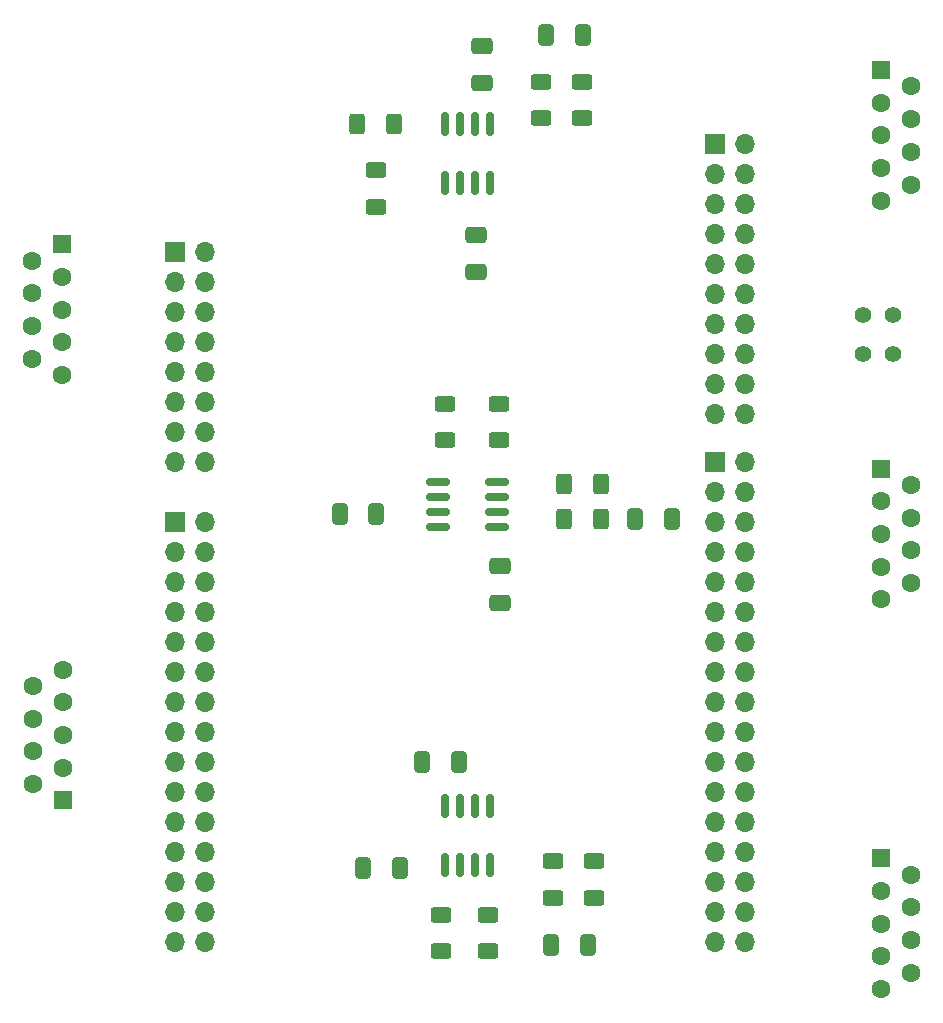
<source format=gts>
G04 #@! TF.GenerationSoftware,KiCad,Pcbnew,8.0.2*
G04 #@! TF.CreationDate,2024-06-02T13:15:13+02:00*
G04 #@! TF.ProjectId,sample,73616d70-6c65-42e6-9b69-6361645f7063,rev?*
G04 #@! TF.SameCoordinates,Original*
G04 #@! TF.FileFunction,Soldermask,Top*
G04 #@! TF.FilePolarity,Negative*
%FSLAX46Y46*%
G04 Gerber Fmt 4.6, Leading zero omitted, Abs format (unit mm)*
G04 Created by KiCad (PCBNEW 8.0.2) date 2024-06-02 13:15:13*
%MOMM*%
%LPD*%
G01*
G04 APERTURE LIST*
G04 Aperture macros list*
%AMRoundRect*
0 Rectangle with rounded corners*
0 $1 Rounding radius*
0 $2 $3 $4 $5 $6 $7 $8 $9 X,Y pos of 4 corners*
0 Add a 4 corners polygon primitive as box body*
4,1,4,$2,$3,$4,$5,$6,$7,$8,$9,$2,$3,0*
0 Add four circle primitives for the rounded corners*
1,1,$1+$1,$2,$3*
1,1,$1+$1,$4,$5*
1,1,$1+$1,$6,$7*
1,1,$1+$1,$8,$9*
0 Add four rect primitives between the rounded corners*
20,1,$1+$1,$2,$3,$4,$5,0*
20,1,$1+$1,$4,$5,$6,$7,0*
20,1,$1+$1,$6,$7,$8,$9,0*
20,1,$1+$1,$8,$9,$2,$3,0*%
G04 Aperture macros list end*
%ADD10RoundRect,0.250000X-0.650000X0.412500X-0.650000X-0.412500X0.650000X-0.412500X0.650000X0.412500X0*%
%ADD11RoundRect,0.250000X-0.625000X0.400000X-0.625000X-0.400000X0.625000X-0.400000X0.625000X0.400000X0*%
%ADD12RoundRect,0.250000X0.625000X-0.400000X0.625000X0.400000X-0.625000X0.400000X-0.625000X-0.400000X0*%
%ADD13RoundRect,0.250000X-0.412500X-0.650000X0.412500X-0.650000X0.412500X0.650000X-0.412500X0.650000X0*%
%ADD14R,1.700000X1.700000*%
%ADD15O,1.700000X1.700000*%
%ADD16RoundRect,0.150000X-0.825000X-0.150000X0.825000X-0.150000X0.825000X0.150000X-0.825000X0.150000X0*%
%ADD17C,1.400000*%
%ADD18RoundRect,0.150000X-0.150000X0.825000X-0.150000X-0.825000X0.150000X-0.825000X0.150000X0.825000X0*%
%ADD19RoundRect,0.250000X0.412500X0.650000X-0.412500X0.650000X-0.412500X-0.650000X0.412500X-0.650000X0*%
%ADD20RoundRect,0.250000X-0.400000X-0.625000X0.400000X-0.625000X0.400000X0.625000X-0.400000X0.625000X0*%
%ADD21RoundRect,0.250000X0.650000X-0.412500X0.650000X0.412500X-0.650000X0.412500X-0.650000X-0.412500X0*%
%ADD22R,1.600000X1.600000*%
%ADD23C,1.600000*%
%ADD24RoundRect,0.250000X0.400000X0.625000X-0.400000X0.625000X-0.400000X-0.625000X0.400000X-0.625000X0*%
%ADD25RoundRect,0.150000X0.150000X-0.825000X0.150000X0.825000X-0.150000X0.825000X-0.150000X-0.825000X0*%
G04 APERTURE END LIST*
D10*
X131000000Y-94937500D03*
X131000000Y-98062500D03*
D11*
X126000000Y-124450000D03*
X126000000Y-127550000D03*
D12*
X120500000Y-64550000D03*
X120500000Y-61450000D03*
D13*
X135375000Y-127000000D03*
X138500000Y-127000000D03*
D14*
X103500000Y-91200000D03*
D15*
X106040000Y-91200000D03*
X103500000Y-93740000D03*
X106040000Y-93740000D03*
X103500000Y-96280000D03*
X106040000Y-96280000D03*
X103500000Y-98820000D03*
X106040000Y-98820000D03*
X103500000Y-101360000D03*
X106040000Y-101360000D03*
X103500000Y-103900000D03*
X106040000Y-103900000D03*
X103500000Y-106440000D03*
X106040000Y-106440000D03*
X103500000Y-108980000D03*
X106040000Y-108980000D03*
X103500000Y-111520000D03*
X106040000Y-111520000D03*
X103500000Y-114060000D03*
X106040000Y-114060000D03*
X103500000Y-116600000D03*
X106040000Y-116600000D03*
X103500000Y-119140000D03*
X106040000Y-119140000D03*
X103500000Y-121680000D03*
X106040000Y-121680000D03*
X103500000Y-124220000D03*
X106040000Y-124220000D03*
X103500000Y-126760000D03*
X106040000Y-126760000D03*
D16*
X125795000Y-87835000D03*
X125795000Y-89105000D03*
X125795000Y-90375000D03*
X125795000Y-91645000D03*
X130745000Y-91645000D03*
X130745000Y-90375000D03*
X130745000Y-89105000D03*
X130745000Y-87835000D03*
D11*
X130900000Y-81190000D03*
X130900000Y-84290000D03*
D12*
X126400000Y-84290000D03*
X126400000Y-81190000D03*
D17*
X161750000Y-73650000D03*
X164290000Y-73650000D03*
D12*
X134500000Y-57050000D03*
X134500000Y-53950000D03*
D18*
X130175000Y-115265000D03*
X128905000Y-115265000D03*
X127635000Y-115265000D03*
X126365000Y-115265000D03*
X126365000Y-120215000D03*
X127635000Y-120215000D03*
X128905000Y-120215000D03*
X130175000Y-120215000D03*
D19*
X127562500Y-111500000D03*
X124437500Y-111500000D03*
D14*
X149220000Y-59196000D03*
D15*
X151760000Y-59196000D03*
X149220000Y-61736000D03*
X151760000Y-61736000D03*
X149220000Y-64276000D03*
X151760000Y-64276000D03*
X149220000Y-66816000D03*
X151760000Y-66816000D03*
X149220000Y-69356000D03*
X151760000Y-69356000D03*
X149220000Y-71896000D03*
X151760000Y-71896000D03*
X149220000Y-74436000D03*
X151760000Y-74436000D03*
X149220000Y-76976000D03*
X151760000Y-76976000D03*
X149220000Y-79516000D03*
X151760000Y-79516000D03*
X149220000Y-82056000D03*
X151760000Y-82056000D03*
D17*
X161750000Y-77000000D03*
X164290000Y-77000000D03*
D20*
X136450000Y-88000000D03*
X139550000Y-88000000D03*
X136450000Y-91000000D03*
X139550000Y-91000000D03*
D10*
X129000000Y-66937500D03*
X129000000Y-70062500D03*
D13*
X142437500Y-91000000D03*
X145562500Y-91000000D03*
D21*
X129500000Y-54062500D03*
X129500000Y-50937500D03*
D22*
X163269669Y-52950000D03*
D23*
X163269669Y-55720000D03*
X163269669Y-58490000D03*
X163269669Y-61260000D03*
X163269669Y-64030000D03*
X165809669Y-54335000D03*
X165809669Y-57105000D03*
X165809669Y-59875000D03*
X165809669Y-62645000D03*
D11*
X135500000Y-119950000D03*
X135500000Y-123050000D03*
D24*
X122050000Y-57500000D03*
X118950000Y-57500000D03*
D19*
X122562500Y-120500000D03*
X119437500Y-120500000D03*
D25*
X126365000Y-62475000D03*
X127635000Y-62475000D03*
X128905000Y-62475000D03*
X130175000Y-62475000D03*
X130175000Y-57525000D03*
X128905000Y-57525000D03*
X127635000Y-57525000D03*
X126365000Y-57525000D03*
D22*
X93930331Y-67690000D03*
D23*
X93930331Y-70460000D03*
X93930331Y-73230000D03*
X93930331Y-76000000D03*
X93930331Y-78770000D03*
X91390331Y-69075000D03*
X91390331Y-71845000D03*
X91390331Y-74615000D03*
X91390331Y-77385000D03*
D14*
X149220000Y-86120000D03*
D15*
X151760000Y-86120000D03*
X149220000Y-88660000D03*
X151760000Y-88660000D03*
X149220000Y-91200000D03*
X151760000Y-91200000D03*
X149220000Y-93740000D03*
X151760000Y-93740000D03*
X149220000Y-96280000D03*
X151760000Y-96280000D03*
X149220000Y-98820000D03*
X151760000Y-98820000D03*
X149220000Y-101360000D03*
X151760000Y-101360000D03*
X149220000Y-103900000D03*
X151760000Y-103900000D03*
X149220000Y-106440000D03*
X151760000Y-106440000D03*
X149220000Y-108980000D03*
X151760000Y-108980000D03*
X149220000Y-111520000D03*
X151760000Y-111520000D03*
X149220000Y-114060000D03*
X151760000Y-114060000D03*
X149220000Y-116600000D03*
X151760000Y-116600000D03*
X149220000Y-119140000D03*
X151760000Y-119140000D03*
X149220000Y-121680000D03*
X151760000Y-121680000D03*
X149220000Y-124220000D03*
X151760000Y-124220000D03*
X149220000Y-126760000D03*
X151760000Y-126760000D03*
D22*
X163269669Y-86690000D03*
D23*
X163269669Y-89460000D03*
X163269669Y-92230000D03*
X163269669Y-95000000D03*
X163269669Y-97770000D03*
X165809669Y-88075000D03*
X165809669Y-90845000D03*
X165809669Y-93615000D03*
X165809669Y-96385000D03*
D22*
X94030331Y-114790000D03*
D23*
X94030331Y-112020000D03*
X94030331Y-109250000D03*
X94030331Y-106480000D03*
X94030331Y-103710000D03*
X91490331Y-113405000D03*
X91490331Y-110635000D03*
X91490331Y-107865000D03*
X91490331Y-105095000D03*
D12*
X130000000Y-127550000D03*
X130000000Y-124450000D03*
D19*
X138062500Y-50000000D03*
X134937500Y-50000000D03*
D11*
X139000000Y-119950000D03*
X139000000Y-123050000D03*
D22*
X163269669Y-119690000D03*
D23*
X163269669Y-122460000D03*
X163269669Y-125230000D03*
X163269669Y-128000000D03*
X163269669Y-130770000D03*
X165809669Y-121075000D03*
X165809669Y-123845000D03*
X165809669Y-126615000D03*
X165809669Y-129385000D03*
D19*
X120562500Y-90500000D03*
X117437500Y-90500000D03*
D12*
X138000000Y-57050000D03*
X138000000Y-53950000D03*
D14*
X103500000Y-68340000D03*
D15*
X106040000Y-68340000D03*
X103500000Y-70880000D03*
X106040000Y-70880000D03*
X103500000Y-73420000D03*
X106040000Y-73420000D03*
X103500000Y-75960000D03*
X106040000Y-75960000D03*
X103500000Y-78500000D03*
X106040000Y-78500000D03*
X103500000Y-81040000D03*
X106040000Y-81040000D03*
X103500000Y-83580000D03*
X106040000Y-83580000D03*
X103500000Y-86120000D03*
X106040000Y-86120000D03*
M02*

</source>
